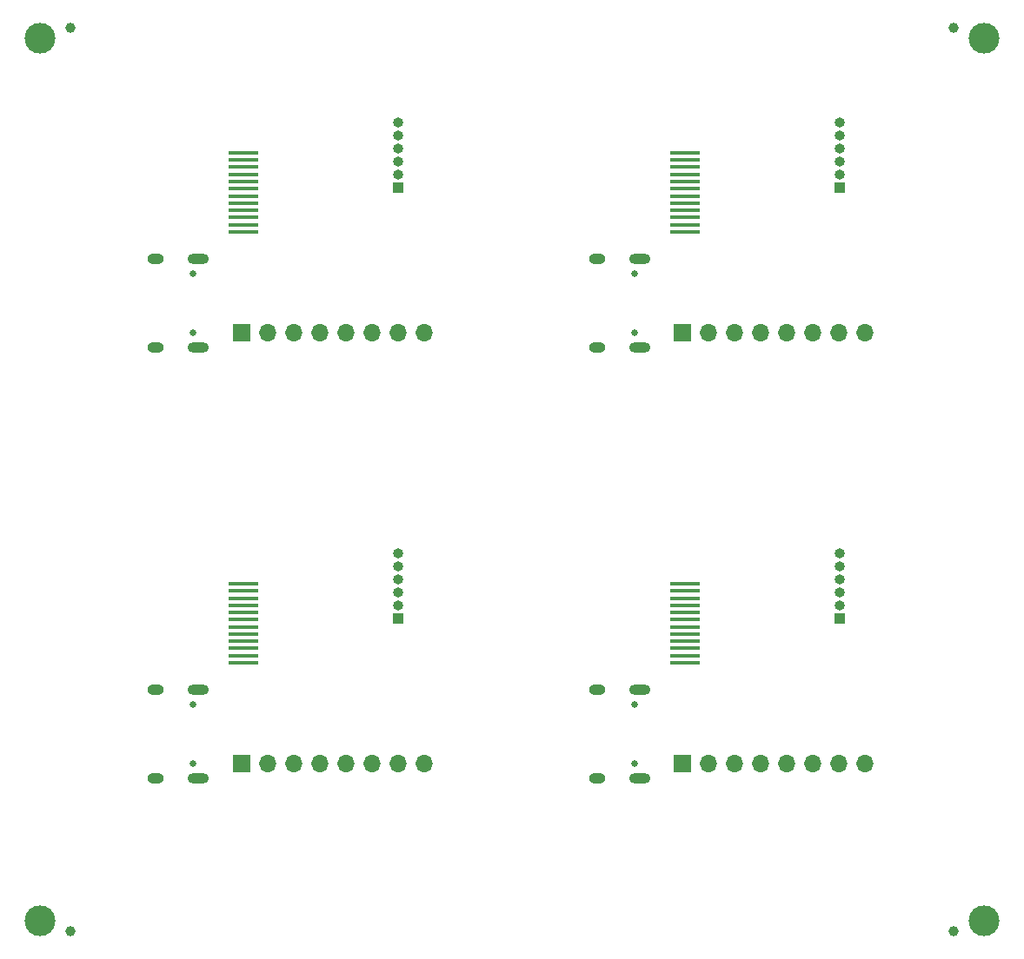
<source format=gbs>
G04 #@! TF.GenerationSoftware,KiCad,Pcbnew,6.0.11-2627ca5db0~126~ubuntu22.04.1*
G04 #@! TF.CreationDate,2023-02-05T22:44:53+11:00*
G04 #@! TF.ProjectId,panel,70616e65-6c2e-46b6-9963-61645f706362,rev?*
G04 #@! TF.SameCoordinates,Original*
G04 #@! TF.FileFunction,Soldermask,Bot*
G04 #@! TF.FilePolarity,Negative*
%FSLAX46Y46*%
G04 Gerber Fmt 4.6, Leading zero omitted, Abs format (unit mm)*
G04 Created by KiCad (PCBNEW 6.0.11-2627ca5db0~126~ubuntu22.04.1) date 2023-02-05 22:44:53*
%MOMM*%
%LPD*%
G01*
G04 APERTURE LIST*
%ADD10R,1.700000X1.700000*%
%ADD11O,1.700000X1.700000*%
%ADD12C,0.650000*%
%ADD13O,2.100000X1.000000*%
%ADD14O,1.600000X1.000000*%
%ADD15C,3.000000*%
%ADD16R,1.000000X1.000000*%
%ADD17O,1.000000X1.000000*%
%ADD18R,3.000000X0.350000*%
%ADD19C,1.000000*%
G04 APERTURE END LIST*
D10*
X122125000Y-53675000D03*
D11*
X124665000Y-53675000D03*
X127205000Y-53675000D03*
X129745000Y-53675000D03*
X132285000Y-53675000D03*
X134825000Y-53675000D03*
X137365000Y-53675000D03*
X139905000Y-53675000D03*
D10*
X122125000Y-95675000D03*
D11*
X124665000Y-95675000D03*
X127205000Y-95675000D03*
X129745000Y-95675000D03*
X132285000Y-95675000D03*
X134825000Y-95675000D03*
X137365000Y-95675000D03*
X139905000Y-95675000D03*
D12*
X117440000Y-53690000D03*
X117440000Y-47910000D03*
D13*
X117970000Y-46480000D03*
X117970000Y-55120000D03*
D14*
X113790000Y-46480000D03*
X113790000Y-55120000D03*
D15*
X102500000Y-25000000D03*
D10*
X165125000Y-53675000D03*
D11*
X167665000Y-53675000D03*
X170205000Y-53675000D03*
X172745000Y-53675000D03*
X175285000Y-53675000D03*
X177825000Y-53675000D03*
X180365000Y-53675000D03*
X182905000Y-53675000D03*
D15*
X102500000Y-111000000D03*
D10*
X165125000Y-95675000D03*
D11*
X167665000Y-95675000D03*
X170205000Y-95675000D03*
X172745000Y-95675000D03*
X175285000Y-95675000D03*
X177825000Y-95675000D03*
X180365000Y-95675000D03*
X182905000Y-95675000D03*
D12*
X160440000Y-53690000D03*
X160440000Y-47910000D03*
D13*
X160970000Y-46480000D03*
D14*
X156790000Y-55120000D03*
X156790000Y-46480000D03*
D13*
X160970000Y-55120000D03*
D16*
X137375000Y-39575000D03*
D17*
X137375000Y-38305000D03*
X137375000Y-37035000D03*
X137375000Y-35765000D03*
X137375000Y-34495000D03*
X137375000Y-33225000D03*
D15*
X194500000Y-25000000D03*
D12*
X117440000Y-95690000D03*
X117440000Y-89910000D03*
D13*
X117970000Y-88480000D03*
D14*
X113790000Y-88480000D03*
D13*
X117970000Y-97120000D03*
D14*
X113790000Y-97120000D03*
D16*
X180375000Y-39575000D03*
D17*
X180375000Y-38305000D03*
X180375000Y-37035000D03*
X180375000Y-35765000D03*
X180375000Y-34495000D03*
X180375000Y-33225000D03*
D16*
X180375000Y-81575000D03*
D17*
X180375000Y-80305000D03*
X180375000Y-79035000D03*
X180375000Y-77765000D03*
X180375000Y-76495000D03*
X180375000Y-75225000D03*
D15*
X194500000Y-111000000D03*
D16*
X137375000Y-81575000D03*
D17*
X137375000Y-80305000D03*
X137375000Y-79035000D03*
X137375000Y-77765000D03*
X137375000Y-76495000D03*
X137375000Y-75225000D03*
D12*
X160440000Y-95690000D03*
X160440000Y-89910000D03*
D13*
X160970000Y-97120000D03*
D14*
X156790000Y-88480000D03*
X156790000Y-97120000D03*
D13*
X160970000Y-88480000D03*
D18*
X165300000Y-43850000D03*
X165300000Y-43150000D03*
X165300000Y-42450000D03*
X165300000Y-41750000D03*
X165300000Y-41050000D03*
X165300000Y-40350000D03*
X165300000Y-39650000D03*
X165300000Y-38950000D03*
X165300000Y-38250000D03*
X165300000Y-37550000D03*
X165300000Y-36850000D03*
X165300000Y-36150000D03*
X165300000Y-85850000D03*
X165300000Y-85150000D03*
X165300000Y-84450000D03*
X165300000Y-83750000D03*
X165300000Y-83050000D03*
X165300000Y-82350000D03*
X165300000Y-81650000D03*
X165300000Y-80950000D03*
X165300000Y-80250000D03*
X165300000Y-79550000D03*
X165300000Y-78850000D03*
X165300000Y-78150000D03*
D19*
X191500000Y-24000000D03*
X105500000Y-112000000D03*
D18*
X122300000Y-43850000D03*
X122300000Y-43150000D03*
X122300000Y-42450000D03*
X122300000Y-41750000D03*
X122300000Y-41050000D03*
X122300000Y-40350000D03*
X122300000Y-39650000D03*
X122300000Y-38950000D03*
X122300000Y-38250000D03*
X122300000Y-37550000D03*
X122300000Y-36850000D03*
X122300000Y-36150000D03*
D19*
X105500000Y-24000000D03*
D18*
X122300000Y-85850000D03*
X122300000Y-85150000D03*
X122300000Y-84450000D03*
X122300000Y-83750000D03*
X122300000Y-83050000D03*
X122300000Y-82350000D03*
X122300000Y-81650000D03*
X122300000Y-80950000D03*
X122300000Y-80250000D03*
X122300000Y-79550000D03*
X122300000Y-78850000D03*
X122300000Y-78150000D03*
D19*
X191500000Y-112000000D03*
M02*

</source>
